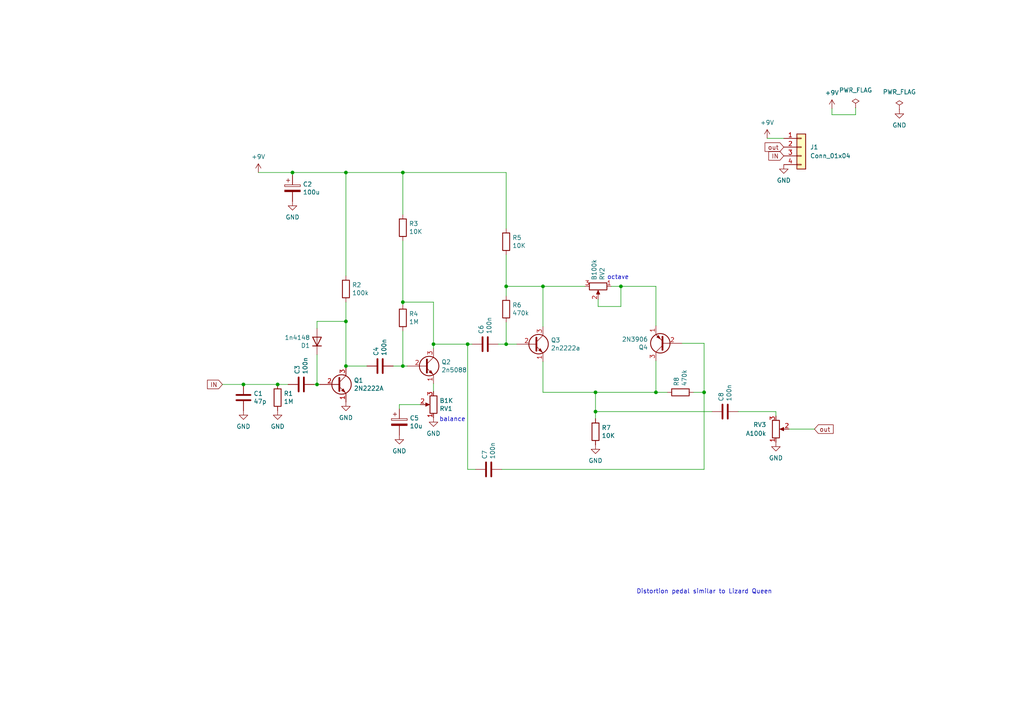
<source format=kicad_sch>
(kicad_sch (version 20230121) (generator eeschema)
  (paper "A4")
  (lib_symbols
    (symbol "Connector_Generic:Conn_01x04" (pin_names (offset 1.016) hide)
      (property "Reference" "J" (at 0 5.08 0))
      (property "Value" "Conn_01x04" (at 0 -7.62 0))
      (symbol "Conn_01x04_1_1"
        (rectangle (start -1.27 -4.953) (end 0 -5.207) (stroke (width 0.1524)))
        (rectangle (start -1.27 -2.413) (end 0 -2.667) (stroke (width 0.1524)))
        (rectangle (start -1.27 0.127) (end 0 -0.127) (stroke (width 0.1524)))
        (rectangle (start -1.27 2.667) (end 0 2.413) (stroke (width 0.1524)))
        (rectangle (start -1.27 3.81) (end 1.27 -6.35) (stroke (width 0.254)) (fill (type background)))
        (pin passive line (at -5.08 2.54 0) (length 3.81) (name "Pin_1") (number "1"))
        (pin passive line (at -5.08 0 0) (length 3.81) (name "Pin_2") (number "2"))
        (pin passive line (at -5.08 -2.54 0) (length 3.81) (name "Pin_3") (number "3"))
        (pin passive line (at -5.08 -5.08 0) (length 3.81) (name "Pin_4") (number "4"))
      )
    )
    (symbol "Device:C" (pin_numbers hide) (pin_names (offset 0.254))
      (property "Reference" "C" (at 0.635 2.54 0))
      (property "Value" "C" (at 0.635 -2.54 0))
      (symbol "C_0_1"
        (polyline (pts (xy -2.032 -0.762) (xy 2.032 -0.762)) (stroke (width 0.508)))
        (polyline (pts (xy -2.032 0.762) (xy 2.032 0.762)) (stroke (width 0.508)))
      )
      (symbol "C_1_1"
        (pin passive line (at 0 3.81 270) (length 2.794) (name "~") (number "1"))
        (pin passive line (at 0 -3.81 90) (length 2.794) (name "~") (number "2"))
      )
    )
    (symbol "Device:C_Polarized" (pin_numbers hide) (pin_names (offset 0.254))
      (property "Reference" "C" (at 0.635 2.54 0))
      (property "Value" "C_Polarized" (at 0.635 -2.54 0))
      (symbol "C_Polarized_0_1"
        (rectangle (start -2.286 0.508) (end 2.286 1.016))
        (polyline (pts (xy -1.778 2.286) (xy -0.762 2.286)))
        (polyline (pts (xy -1.27 2.794) (xy -1.27 1.778)))
        (rectangle (start 2.286 -0.508) (end -2.286 -1.016) (fill (type outline)))
      )
      (symbol "C_Polarized_1_1"
        (pin passive line (at 0 3.81 270) (length 2.794) (name "~") (number "1"))
        (pin passive line (at 0 -3.81 90) (length 2.794) (name "~") (number "2"))
      )
    )
    (symbol "Device:D" (pin_numbers hide) (pin_names (offset 1.016) hide)
      (property "Reference" "D" (at 0 2.54 0))
      (property "Value" "D" (at 0 -2.54 0))
      (symbol "D_0_1"
        (polyline (pts (xy -1.27 1.27) (xy -1.27 -1.27)) (stroke (width 0.254)))
        (polyline (pts (xy 1.27 0) (xy -1.27 0)))
        (polyline (pts (xy 1.27 1.27) (xy 1.27 -1.27) (xy -1.27 0) (xy 1.27 1.27)) (stroke (width 0.254)))
      )
      (symbol "D_1_1"
        (pin passive line (at -3.81 0 0) (length 2.54) (name "K") (number "1"))
        (pin passive line (at 3.81 0 180) (length 2.54) (name "A") (number "2"))
      )
    )
    (symbol "Device:R" (pin_numbers hide) (pin_names (offset 0))
      (property "Reference" "R" (at 2.032 0 90))
      (property "Value" "R" (at 0 0 90))
      (symbol "R_0_1"
        (rectangle (start -1.016 -2.54) (end 1.016 2.54) (stroke (width 0.254)))
      )
      (symbol "R_1_1"
        (pin passive line (at 0 3.81 270) (length 1.27) (name "~") (number "1"))
        (pin passive line (at 0 -3.81 90) (length 1.27) (name "~") (number "2"))
      )
    )
    (symbol "Device:R_Potentiometer" (pin_names (offset 1.016) hide)
      (property "Reference" "RV" (at -4.445 0 90))
      (property "Value" "R_Potentiometer" (at -2.54 0 90))
      (symbol "R_Potentiometer_0_1"
        (polyline (pts (xy 2.54 0) (xy 1.524 0)))
        (polyline (pts (xy 1.143 0) (xy 2.286 0.508) (xy 2.286 -0.508) (xy 1.143 0)) (fill (type outline)))
        (rectangle (start 1.016 2.54) (end -1.016 -2.54) (stroke (width 0.254)))
      )
      (symbol "R_Potentiometer_1_1"
        (pin passive line (at 0 3.81 270) (length 1.27) (name "1") (number "1"))
        (pin passive line (at 3.81 0 180) (length 1.27) (name "2") (number "2"))
        (pin passive line (at 0 -3.81 90) (length 1.27) (name "3") (number "3"))
      )
    )
    (symbol "Transistor_BJT:2N3904" (pin_names (offset 0) hide)
      (property "Reference" "Q" (at 5.08 1.905 0))
      (property "Value" "2N3904" (at 5.08 0 0))
      (symbol "2N3904_0_1"
        (polyline (pts (xy 0.635 0.635) (xy 2.54 2.54)))
        (polyline (pts (xy 0.635 -0.635) (xy 2.54 -2.54) (xy 2.54 -2.54)))
        (polyline (pts (xy 0.635 1.905) (xy 0.635 -1.905) (xy 0.635 -1.905)) (stroke (width 0.508)))
        (polyline (pts (xy 1.27 -1.778) (xy 1.778 -1.27) (xy 2.286 -2.286) (xy 1.27 -1.778) (xy 1.27 -1.778)) (fill (type outline)))
        (circle (center 1.27 0) (radius 2.8194) (stroke (width 0.254)))
      )
      (symbol "2N3904_1_1"
        (pin passive line (at 2.54 -5.08 90) (length 2.54) (name "E") (number "1"))
        (pin passive line (at -5.08 0 0) (length 5.715) (name "B") (number "2"))
        (pin passive line (at 2.54 5.08 270) (length 2.54) (name "C") (number "3"))
      )
    )
    (symbol "Transistor_BJT:2N3906" (pin_names (offset 0) hide)
      (property "Reference" "Q" (at 5.08 1.905 0))
      (property "Value" "2N3906" (at 5.08 0 0))
      (symbol "2N3906_0_1"
        (polyline (pts (xy 0.635 0.635) (xy 2.54 2.54)))
        (polyline (pts (xy 0.635 -0.635) (xy 2.54 -2.54) (xy 2.54 -2.54)))
        (polyline (pts (xy 0.635 1.905) (xy 0.635 -1.905) (xy 0.635 -1.905)) (stroke (width 0.508)))
        (polyline (pts (xy 2.286 -1.778) (xy 1.778 -2.286) (xy 1.27 -1.27) (xy 2.286 -1.778) (xy 2.286 -1.778)) (fill (type outline)))
        (circle (center 1.27 0) (radius 2.8194) (stroke (width 0.254)))
      )
      (symbol "2N3906_1_1"
        (pin passive line (at 2.54 -5.08 90) (length 2.54) (name "E") (number "1"))
        (pin input line (at -5.08 0 0) (length 5.715) (name "B") (number "2"))
        (pin passive line (at 2.54 5.08 270) (length 2.54) (name "C") (number "3"))
      )
    )
    (symbol "power:+9V" (power) (pin_names (offset 0))
      (property "Value" "+9V" (at 0 3.556 0))
      (symbol "+9V_0_1"
        (polyline (pts (xy -0.762 1.27) (xy 0 2.54)))
        (polyline (pts (xy 0 0) (xy 0 2.54)))
        (polyline (pts (xy 0 2.54) (xy 0.762 1.27)))
      )
      (symbol "+9V_1_1"
        (pin power_in line (at 0 0 90) (length 0) hide (name "+9V") (number "1"))
      )
    )
    (symbol "power:GND" (power) (pin_names (offset 0))
      (property "Value" "GND" (at 0 -3.81 0))
      (symbol "GND_0_1"
        (polyline (pts (xy 0 0) (xy 0 -1.27) (xy 1.27 -1.27) (xy 0 -2.54) (xy -1.27 -1.27) (xy 0 -1.27)))
      )
      (symbol "GND_1_1"
        (pin power_in line (at 0 0 270) (length 0) hide (name "GND") (number "1"))
      )
    )
    (symbol "power:PWR_FLAG" (power) (pin_numbers hide) (pin_names (offset 0) hide)
      (property "Value" "PWR_FLAG" (at 0 3.81 0))
      (symbol "PWR_FLAG_0_0"
        (pin power_out line (at 0 0 90) (length 0) (name "pwr") (number "1"))
      )
      (symbol "PWR_FLAG_0_1"
        (polyline (pts (xy 0 0) (xy 0 1.27) (xy -1.016 1.905) (xy 0 2.54) (xy 1.016 1.905) (xy 0 1.27)))
      )
    )
  )
  (junction (at 146.812 83.058))
  (junction (at 116.84 50.038))
  (junction (at 116.84 87.63))
  (junction (at 204.216 113.792))
  (junction (at 100.33 50.038))
  (junction (at 70.612 111.506))
  (junction (at 100.33 93.218))
  (junction (at 84.836 50.038))
  (junction (at 80.518 111.506))
  (junction (at 172.72 119.38))
  (junction (at 172.72 113.792))
  (junction (at 180.086 83.058))
  (junction (at 91.948 111.506))
  (junction (at 157.48 83.058))
  (junction (at 100.33 106.172))
  (junction (at 125.73 99.822))
  (junction (at 146.812 99.822))
  (junction (at 116.84 106.172))
  (junction (at 135.636 99.822))
  (junction (at 190.246 113.792))
  (wire (pts (xy 146.812 50.038) (xy 116.84 50.038)))
  (wire (pts (xy 74.93 50.038) (xy 84.836 50.038)))
  (wire (pts (xy 225.044 120.65) (xy 225.044 119.38)))
  (wire (pts (xy 91.948 102.87) (xy 91.948 111.506)))
  (wire (pts (xy 248.158 31.242) (xy 248.158 33.274)))
  (wire (pts (xy 180.086 88.9) (xy 180.086 83.058)))
  (wire (pts (xy 100.33 80.01) (xy 100.33 50.038)))
  (wire (pts (xy 91.186 111.506) (xy 91.948 111.506)))
  (wire (pts (xy 91.948 95.25) (xy 91.948 93.218)))
  (wire (pts (xy 180.086 83.058) (xy 177.292 83.058)))
  (wire (pts (xy 100.33 106.172) (xy 100.33 106.426)))
  (wire (pts (xy 248.158 33.274) (xy 241.3 33.274)))
  (wire (pts (xy 100.33 87.63) (xy 100.33 93.218)))
  (wire (pts (xy 116.84 87.63) (xy 125.73 87.63)))
  (wire (pts (xy 64.516 111.506) (xy 70.612 111.506)))
  (wire (pts (xy 190.246 94.488) (xy 190.246 83.058)))
  (wire (pts (xy 204.216 113.792) (xy 204.216 99.568)))
  (wire (pts (xy 172.72 119.38) (xy 206.502 119.38)))
  (wire (pts (xy 100.33 50.038) (xy 116.84 50.038)))
  (wire (pts (xy 157.48 83.058) (xy 157.48 94.742)))
  (wire (pts (xy 190.246 83.058) (xy 180.086 83.058)))
  (wire (pts (xy 125.73 87.63) (xy 125.73 99.822)))
  (wire (pts (xy 125.73 101.092) (xy 125.73 99.822)))
  (wire (pts (xy 241.3 33.274) (xy 241.3 31.496)))
  (wire (pts (xy 125.73 111.252) (xy 125.73 113.538)))
  (wire (pts (xy 173.482 86.868) (xy 173.482 88.9)))
  (wire (pts (xy 146.812 73.914) (xy 146.812 83.058)))
  (wire (pts (xy 228.854 124.46) (xy 236.22 124.46)))
  (wire (pts (xy 84.836 50.038) (xy 84.836 50.8)))
  (wire (pts (xy 225.044 119.38) (xy 214.122 119.38)))
  (wire (pts (xy 70.612 111.506) (xy 80.518 111.506)))
  (wire (pts (xy 201.168 113.792) (xy 204.216 113.792)))
  (wire (pts (xy 146.812 66.294) (xy 146.812 50.038)))
  (wire (pts (xy 80.518 111.506) (xy 83.566 111.506)))
  (wire (pts (xy 146.812 99.822) (xy 149.86 99.822)))
  (wire (pts (xy 115.824 117.348) (xy 115.824 118.618)))
  (wire (pts (xy 172.72 119.38) (xy 172.72 121.412)))
  (wire (pts (xy 157.48 104.902) (xy 157.48 113.792)))
  (wire (pts (xy 125.73 99.822) (xy 135.636 99.822)))
  (wire (pts (xy 190.246 104.648) (xy 190.246 113.792)))
  (wire (pts (xy 204.216 113.792) (xy 204.216 136.144)))
  (wire (pts (xy 116.84 62.23) (xy 116.84 50.038)))
  (wire (pts (xy 116.84 69.85) (xy 116.84 87.63)))
  (wire (pts (xy 91.948 111.506) (xy 92.71 111.506)))
  (wire (pts (xy 100.33 93.218) (xy 100.33 106.172)))
  (wire (pts (xy 157.48 113.792) (xy 172.72 113.792)))
  (wire (pts (xy 114.046 106.172) (xy 116.84 106.172)))
  (wire (pts (xy 146.812 93.472) (xy 146.812 99.822)))
  (wire (pts (xy 173.482 88.9) (xy 180.086 88.9)))
  (wire (pts (xy 91.948 93.218) (xy 100.33 93.218)))
  (wire (pts (xy 84.836 50.038) (xy 100.33 50.038)))
  (wire (pts (xy 172.72 113.792) (xy 190.246 113.792)))
  (wire (pts (xy 144.526 99.822) (xy 146.812 99.822)))
  (wire (pts (xy 135.636 99.822) (xy 136.906 99.822)))
  (wire (pts (xy 135.636 136.144) (xy 135.636 99.822)))
  (wire (pts (xy 121.92 117.348) (xy 115.824 117.348)))
  (wire (pts (xy 137.922 136.144) (xy 135.636 136.144)))
  (wire (pts (xy 222.504 40.132) (xy 227.33 40.132)))
  (wire (pts (xy 146.812 83.058) (xy 157.48 83.058)))
  (wire (pts (xy 116.84 87.63) (xy 116.84 88.392)))
  (wire (pts (xy 204.216 99.568) (xy 197.866 99.568)))
  (wire (pts (xy 100.33 106.172) (xy 106.426 106.172)))
  (wire (pts (xy 116.84 96.012) (xy 116.84 106.172)))
  (wire (pts (xy 204.216 136.144) (xy 145.542 136.144)))
  (wire (pts (xy 157.48 83.058) (xy 169.672 83.058)))
  (wire (pts (xy 146.812 83.058) (xy 146.812 85.852)))
  (wire (pts (xy 116.84 106.172) (xy 118.11 106.172)))
  (wire (pts (xy 190.246 113.792) (xy 193.548 113.792)))
  (wire (pts (xy 172.72 113.792) (xy 172.72 119.38)))
  (text "octave" (at 176.0728 81.2546 0) (effects (font (size 1.27 1.27)) (justify left bottom)))
  (text "Distortion pedal similar to Lizard Queen" (at 184.5818 172.4152 0) (effects (font (size 1.27 1.27)) (justify left bottom)))
  (text "balance" (at 127.4064 122.4534 0) (effects (font (size 1.27 1.27)) (justify left bottom)))
  (global_label "out" (shape input) (at 227.33 42.672 180) (property "Intersheetrefs" "${INTERSHEET_REFS}" (effects hide)))
  (global_label "out" (shape input) (at 236.22 124.46 0) (property "Intersheetrefs" "${INTERSHEET_REFS}" (effects hide)))
  (global_label "IN" (shape input) (at 227.33 45.212 180) (property "Intersheetrefs" "${INTERSHEET_REFS}" (effects hide)))
  (global_label "IN" (shape input) (at 64.516 111.506 180) (property "Intersheetrefs" "${INTERSHEET_REFS}" (effects hide)))
  (symbol (lib_id "Connector_Generic:Conn_01x04") (at 232.41 42.672 0) (unit 1)
    (property "Reference" "J1" (at 234.95 42.6719 0) (effects (justify left)))
    (property "Value" "Conn_01x04" (at 234.95 45.2119 0) (effects (justify left)))
    (property "Footprint" "Connector_PinHeader_2.54mm:PinHeader_1x04_P2.54mm_Vertical" (effects hide))
  )
  (symbol (lib_id "Device:C") (at 141.732 136.144 90) (unit 1)
    (property "Reference" "C7" (at 140.5636 133.223 0) (effects (justify left)))
    (property "Value" "100n" (at 142.875 133.223 0) (effects (justify left)))
    (property "Footprint" "Capacitor_THT:C_Rect_L7.0mm_W3.5mm_P5.00mm" (effects hide))
  )
  (symbol (lib_id "power:GND") (at 70.612 119.126 0) (unit 1)
    (property "Reference" "#PWR0106" (effects hide))
    (property "Value" "GND" (at 70.612 123.698 0))
  )
  (symbol (lib_id "Device:R") (at 146.812 70.104 0) (unit 1)
    (property "Reference" "R5" (at 148.59 68.9356 0) (effects (justify left)))
    (property "Value" "10K" (at 148.59 71.247 0) (effects (justify left)))
    (property "Footprint" "Resistor_THT:R_Axial_DIN0207_L6.3mm_D2.5mm_P7.62mm_Horizontal" (effects hide))
  )
  (symbol (lib_id "power:GND") (at 125.73 121.158 0) (unit 1)
    (property "Reference" "#PWR0104" (effects hide))
    (property "Value" "GND" (at 125.73 125.73 0))
  )
  (symbol (lib_id "power:GND") (at 172.72 129.032 0) (unit 1)
    (property "Reference" "#PWR0101" (effects hide))
    (property "Value" "GND" (at 172.72 133.604 0))
  )
  (symbol (lib_id "Device:C") (at 110.236 106.172 90) (unit 1)
    (property "Reference" "C4" (at 109.0676 103.251 0) (effects (justify left)))
    (property "Value" "100n" (at 111.379 103.251 0) (effects (justify left)))
    (property "Footprint" "Capacitor_THT:C_Rect_L7.0mm_W3.5mm_P5.00mm" (effects hide))
  )
  (symbol (lib_id "power:GND") (at 80.518 119.126 0) (unit 1)
    (property "Reference" "#PWR0107" (effects hide))
    (property "Value" "GND" (at 80.518 123.698 0))
  )
  (symbol (lib_id "power:GND") (at 225.044 128.27 0) (unit 1)
    (property "Reference" "#PWR0109" (effects hide))
    (property "Value" "GND" (at 225.044 132.842 0))
  )
  (symbol (lib_id "power:GND") (at 227.33 47.752 0) (unit 1)
    (property "Reference" "#PWR0111" (effects hide))
    (property "Value" "GND" (at 227.33 52.324 0))
  )
  (symbol (lib_id "Device:R") (at 172.72 125.222 0) (unit 1)
    (property "Reference" "R7" (at 174.498 124.0536 0) (effects (justify left)))
    (property "Value" "10K" (at 174.498 126.365 0) (effects (justify left)))
    (property "Footprint" "Resistor_THT:R_Axial_DIN0207_L6.3mm_D2.5mm_P7.62mm_Horizontal" (effects hide))
  )
  (symbol (lib_id "Device:R") (at 116.84 66.04 0) (unit 1)
    (property "Reference" "R3" (at 118.618 64.8716 0) (effects (justify left)))
    (property "Value" "10K" (at 118.618 67.183 0) (effects (justify left)))
    (property "Footprint" "Resistor_THT:R_Axial_DIN0207_L6.3mm_D2.5mm_P7.62mm_Horizontal" (effects hide))
  )
  (symbol (lib_id "Device:R") (at 100.33 83.82 0) (unit 1)
    (property "Reference" "R2" (at 102.108 82.6516 0) (effects (justify left)))
    (property "Value" "100k" (at 102.108 84.963 0) (effects (justify left)))
    (property "Footprint" "Resistor_THT:R_Axial_DIN0207_L6.3mm_D2.5mm_P7.62mm_Horizontal" (effects hide))
  )
  (symbol (lib_id "Device:R") (at 80.518 115.316 0) (unit 1)
    (property "Reference" "R1" (at 82.296 114.1476 0) (effects (justify left)))
    (property "Value" "1M" (at 82.296 116.459 0) (effects (justify left)))
    (property "Footprint" "Resistor_THT:R_Axial_DIN0207_L6.3mm_D2.5mm_P7.62mm_Horizontal" (effects hide))
  )
  (symbol (lib_id "Transistor_BJT:2N3904") (at 97.79 111.506 0) (unit 1)
    (property "Reference" "Q1" (at 102.616 110.3376 0) (effects (justify left)))
    (property "Value" "2N2222A" (at 102.616 112.649 0) (effects (justify left)))
    (property "Footprint" "Package_TO_SOT_THT:TO-92_Inline" (effects hide))
    (property "Datasheet" "https://www.onsemi.com/pub/Collateral/2N3903-D.PDF" (effects hide))
  )
  (symbol (lib_id "Transistor_BJT:2N3904") (at 123.19 106.172 0) (unit 1)
    (property "Reference" "Q2" (at 128.016 105.0036 0) (effects (justify left)))
    (property "Value" "2n5088" (at 128.016 107.315 0) (effects (justify left)))
    (property "Footprint" "Package_TO_SOT_THT:TO-92_Inline" (effects hide))
    (property "Datasheet" "https://www.onsemi.com/pub/Collateral/2N3903-D.PDF" (effects hide))
  )
  (symbol (lib_id "Device:R_Potentiometer") (at 173.482 83.058 270) (unit 1)
    (property "Reference" "RV2" (at 174.6504 81.3054 0) (effects (justify right)))
    (property "Value" "B100k" (at 172.339 81.3054 0) (effects (justify right)))
    (property "Footprint" "Potentiometer_THT:Potentiometer_Omeg_PC16BU_Vertical" (effects hide))
  )
  (symbol (lib_id "Device:C") (at 70.612 115.316 0) (unit 1)
    (property "Reference" "C1" (at 73.533 114.1476 0) (effects (justify left)))
    (property "Value" "47p" (at 73.533 116.459 0) (effects (justify left)))
    (property "Footprint" "Capacitor_THT:C_Disc_D5.1mm_W3.2mm_P5.00mm" (effects hide))
  )
  (symbol (lib_id "Transistor_BJT:2N3906") (at 192.786 99.568 180) (unit 1)
    (property "Reference" "Q4" (at 187.96 100.7364 0) (effects (justify left)))
    (property "Value" "2N3906" (at 187.96 98.425 0) (effects (justify left)))
    (property "Footprint" "Package_TO_SOT_THT:TO-92_Inline" (effects hide))
    (property "Datasheet" "https://www.onsemi.com/pub/Collateral/2N3906-D.PDF" (effects hide))
  )
  (symbol (lib_id "Device:R_Potentiometer") (at 125.73 117.348 180) (unit 1)
    (property "Reference" "RV1" (at 127.4826 118.5164 0) (effects (justify right)))
    (property "Value" "B1K" (at 127.4826 116.205 0) (effects (justify right)))
    (property "Footprint" "Potentiometer_THT:Potentiometer_Omeg_PC16BU_Vertical" (effects hide))
  )
  (symbol (lib_id "Device:R") (at 116.84 92.202 0) (unit 1)
    (property "Reference" "R4" (at 118.618 91.0336 0) (effects (justify left)))
    (property "Value" "1M" (at 118.618 93.345 0) (effects (justify left)))
    (property "Footprint" "Resistor_THT:R_Axial_DIN0207_L6.3mm_D2.5mm_P7.62mm_Horizontal" (effects hide))
  )
  (symbol (lib_id "power:GND") (at 84.836 58.42 0) (unit 1)
    (property "Reference" "#PWR0105" (effects hide))
    (property "Value" "GND" (at 84.836 62.992 0))
  )
  (symbol (lib_id "Device:R") (at 146.812 89.662 0) (unit 1)
    (property "Reference" "R6" (at 148.59 88.4936 0) (effects (justify left)))
    (property "Value" "470k" (at 148.59 90.805 0) (effects (justify left)))
    (property "Footprint" "Resistor_THT:R_Axial_DIN0207_L6.3mm_D2.5mm_P7.62mm_Horizontal" (effects hide))
  )
  (symbol (lib_id "power:+9V") (at 241.3 31.496 0) (unit 1)
    (property "Reference" "#PWR0113" (effects hide))
    (property "Value" "+9V" (at 241.3 26.924 0))
  )
  (symbol (lib_id "Device:C_Polarized") (at 84.836 54.61 0) (unit 1)
    (property "Reference" "C2" (at 87.8332 53.4416 0) (effects (justify left)))
    (property "Value" "100u" (at 87.8332 55.753 0) (effects (justify left)))
    (property "Footprint" "Capacitor_THT:CP_Radial_D6.3mm_P2.50mm" (effects hide))
  )
  (symbol (lib_id "Device:D") (at 91.948 99.06 90) (unit 1)
    (property "Reference" "D1" (at 89.9414 100.2284 90) (effects (justify left)))
    (property "Value" "1n4148" (at 89.9414 97.917 90) (effects (justify left)))
    (property "Footprint" "Diode_THT:D_A-405_P7.62mm_Horizontal" (effects hide))
    (property "Sim.Device" "D" (effects hide))
    (property "Sim.Pins" "1=K 2=A" (effects hide))
  )
  (symbol (lib_id "power:PWR_FLAG") (at 248.158 31.242 0) (unit 1)
    (property "Reference" "#FLG0102" (effects hide))
    (property "Value" "PWR_FLAG" (at 248.158 26.162 0))
  )
  (symbol (lib_id "Device:C_Polarized") (at 115.824 122.428 0) (unit 1)
    (property "Reference" "C5" (at 118.8212 121.2596 0) (effects (justify left)))
    (property "Value" "10u" (at 118.8212 123.571 0) (effects (justify left)))
    (property "Footprint" "Capacitor_THT:CP_Radial_D4.0mm_P2.00mm" (effects hide))
  )
  (symbol (lib_id "power:+9V") (at 74.93 50.038 0) (unit 1)
    (property "Reference" "#PWR0108" (effects hide))
    (property "Value" "+9V" (at 74.93 45.466 0))
  )
  (symbol (lib_id "Device:C") (at 210.312 119.38 90) (unit 1)
    (property "Reference" "C8" (at 209.1436 116.459 0) (effects (justify left)))
    (property "Value" "100n" (at 211.455 116.459 0) (effects (justify left)))
    (property "Footprint" "Capacitor_THT:C_Rect_L7.0mm_W3.5mm_P5.00mm" (effects hide))
  )
  (symbol (lib_id "Device:C") (at 140.716 99.822 90) (unit 1)
    (property "Reference" "C6" (at 139.5476 96.901 0) (effects (justify left)))
    (property "Value" "100n" (at 141.859 96.901 0) (effects (justify left)))
    (property "Footprint" "Capacitor_THT:C_Rect_L7.0mm_W3.5mm_P5.00mm" (effects hide))
  )
  (symbol (lib_id "power:+9V") (at 222.504 40.132 0) (unit 1)
    (property "Reference" "#PWR0110" (effects hide))
    (property "Value" "+9V" (at 222.504 35.56 0))
  )
  (symbol (lib_id "power:GND") (at 100.33 116.586 0) (unit 1)
    (property "Reference" "#PWR0103" (effects hide))
    (property "Value" "GND" (at 100.33 121.158 0))
  )
  (symbol (lib_id "power:PWR_FLAG") (at 260.858 31.75 0) (unit 1)
    (property "Reference" "#FLG0101" (effects hide))
    (property "Value" "PWR_FLAG" (at 260.858 26.67 0))
  )
  (symbol (lib_id "Device:R_Potentiometer") (at 225.044 124.46 0) (mirror x) (unit 1)
    (property "Reference" "RV3" (at 222.25 123.19 0) (effects (justify right)))
    (property "Value" "A100k" (at 222.25 125.73 0) (effects (justify right)))
    (property "Footprint" "Potentiometer_THT:Potentiometer_Omeg_PC16BU_Vertical" (effects hide))
  )
  (symbol (lib_id "power:GND") (at 260.858 31.75 0) (unit 1)
    (property "Reference" "#PWR0112" (effects hide))
    (property "Value" "GND" (at 260.858 36.322 0))
  )
  (symbol (lib_id "Device:C") (at 87.376 111.506 90) (unit 1)
    (property "Reference" "C3" (at 86.2076 108.585 0) (effects (justify left)))
    (property "Value" "100n" (at 88.519 108.585 0) (effects (justify left)))
    (property "Footprint" "Capacitor_THT:C_Rect_L7.0mm_W3.5mm_P5.00mm" (effects hide))
  )
  (symbol (lib_id "power:GND") (at 115.824 126.238 0) (unit 1)
    (property "Reference" "#PWR0102" (effects hide))
    (property "Value" "GND" (at 115.824 130.81 0))
  )
  (symbol (lib_id "Device:R") (at 197.358 113.792 90) (unit 1)
    (property "Reference" "R8" (at 196.1896 112.014 0) (effects (justify left)))
    (property "Value" "470k" (at 198.501 112.014 0) (effects (justify left)))
    (property "Footprint" "Resistor_THT:R_Axial_DIN0207_L6.3mm_D2.5mm_P7.62mm_Horizontal" (effects hide))
  )
  (symbol (lib_id "Transistor_BJT:2N3904") (at 154.94 99.822 0) (unit 1)
    (property "Reference" "Q3" (at 159.766 98.6536 0) (effects (justify left)))
    (property "Value" "2n2222a" (at 159.766 100.965 0) (effects (justify left)))
    (property "Footprint" "Package_TO_SOT_THT:TO-92_Inline" (effects hide))
    (property "Datasheet" "https://www.onsemi.com/pub/Collateral/2N3903-D.PDF" (effects hide))
  )
)
</source>
